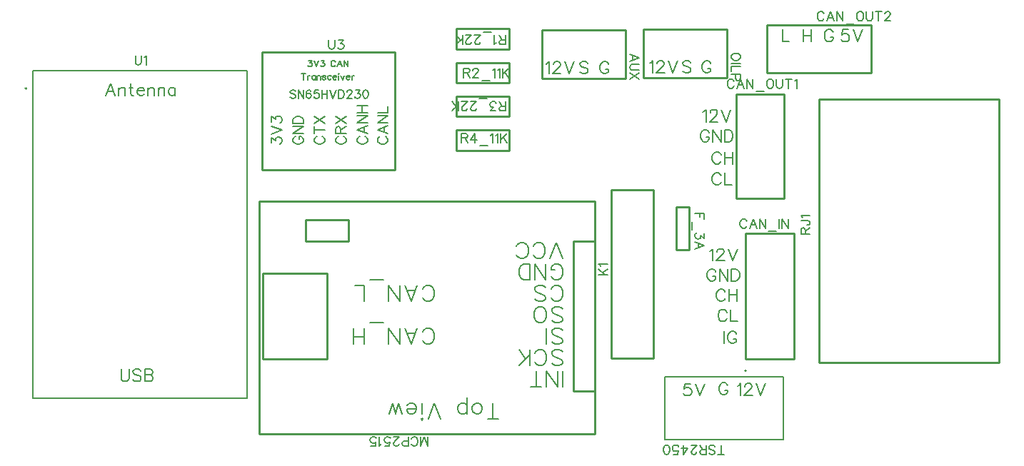
<source format=gto>
G04 Layer: TopSilkscreenLayer*
G04 EasyEDA v6.5.22, 2022-11-12 17:47:35*
G04 ce38d28f7cee49089ddcaa43e1d23f5c,50c4fdda8110441fb1e293bfd2639754,10*
G04 Gerber Generator version 0.2*
G04 Scale: 100 percent, Rotated: No, Reflected: No *
G04 Dimensions in millimeters *
G04 leading zeros omitted , absolute positions ,4 integer and 5 decimal *
%FSLAX45Y45*%
%MOMM*%

%ADD10C,0.2032*%
%ADD11C,0.1524*%
%ADD12C,0.2540*%
%ADD13C,0.1270*%
%ADD14C,0.1999*%
%ADD15C,0.0140*%

%LPD*%
D10*
X8609906Y4124045D02*
G01*
X8623622Y4130903D01*
X8644196Y4151477D01*
X8644196Y4008221D01*
X8696012Y4117187D02*
G01*
X8696012Y4124045D01*
X8702616Y4137761D01*
X8709474Y4144619D01*
X8723190Y4151477D01*
X8750368Y4151477D01*
X8764084Y4144619D01*
X8770942Y4137761D01*
X8777800Y4124045D01*
X8777800Y4110329D01*
X8770942Y4096867D01*
X8757226Y4076293D01*
X8689154Y4008221D01*
X8784404Y4008221D01*
X8829616Y4151477D02*
G01*
X8883972Y4008221D01*
X8938582Y4151477D02*
G01*
X8883972Y4008221D01*
X8682268Y3877251D02*
G01*
X8675410Y3890967D01*
X8661694Y3904429D01*
X8648232Y3911287D01*
X8620800Y3911287D01*
X8607338Y3904429D01*
X8593622Y3890967D01*
X8586764Y3877251D01*
X8579906Y3856931D01*
X8579906Y3822641D01*
X8586764Y3802321D01*
X8593622Y3788605D01*
X8607338Y3774889D01*
X8620800Y3768285D01*
X8648232Y3768285D01*
X8661694Y3774889D01*
X8675410Y3788605D01*
X8682268Y3802321D01*
X8682268Y3822641D01*
X8648232Y3822641D02*
G01*
X8682268Y3822641D01*
X8727226Y3911287D02*
G01*
X8727226Y3768285D01*
X8727226Y3911287D02*
G01*
X8822730Y3768285D01*
X8822730Y3911287D02*
G01*
X8822730Y3768285D01*
X8867688Y3911287D02*
G01*
X8867688Y3768285D01*
X8867688Y3911287D02*
G01*
X8915440Y3911287D01*
X8936014Y3904429D01*
X8949476Y3890967D01*
X8956334Y3877251D01*
X8963192Y3856931D01*
X8963192Y3822641D01*
X8956334Y3802321D01*
X8949476Y3788605D01*
X8936014Y3774889D01*
X8915440Y3768285D01*
X8867688Y3768285D01*
X8822268Y3617277D02*
G01*
X8815410Y3630993D01*
X8801694Y3644455D01*
X8788232Y3651313D01*
X8760800Y3651313D01*
X8747338Y3644455D01*
X8733622Y3630993D01*
X8726764Y3617277D01*
X8719906Y3596703D01*
X8719906Y3562667D01*
X8726764Y3542347D01*
X8733622Y3528631D01*
X8747338Y3514915D01*
X8760800Y3508057D01*
X8788232Y3508057D01*
X8801694Y3514915D01*
X8815410Y3528631D01*
X8822268Y3542347D01*
X8867226Y3651313D02*
G01*
X8867226Y3508057D01*
X8962730Y3651313D02*
G01*
X8962730Y3508057D01*
X8867226Y3583241D02*
G01*
X8962730Y3583241D01*
X8822268Y3367341D02*
G01*
X8815410Y3380803D01*
X8801694Y3394519D01*
X8788232Y3401377D01*
X8760800Y3401377D01*
X8747338Y3394519D01*
X8733622Y3380803D01*
X8726764Y3367341D01*
X8719906Y3346767D01*
X8719906Y3312731D01*
X8726764Y3292157D01*
X8733622Y3278695D01*
X8747338Y3264979D01*
X8760800Y3258121D01*
X8788232Y3258121D01*
X8801694Y3264979D01*
X8815410Y3278695D01*
X8822268Y3292157D01*
X8867226Y3401377D02*
G01*
X8867226Y3258121D01*
X8867226Y3258121D02*
G01*
X8949014Y3258121D01*
X8689944Y2474023D02*
G01*
X8703660Y2480881D01*
X8723980Y2501455D01*
X8723980Y2358199D01*
X8775796Y2467165D02*
G01*
X8775796Y2474023D01*
X8782654Y2487739D01*
X8789512Y2494597D01*
X8803228Y2501455D01*
X8830406Y2501455D01*
X8844122Y2494597D01*
X8850980Y2487739D01*
X8857584Y2474023D01*
X8857584Y2460561D01*
X8850980Y2446845D01*
X8837264Y2426271D01*
X8769192Y2358199D01*
X8864442Y2358199D01*
X8909654Y2501455D02*
G01*
X8964010Y2358199D01*
X9018620Y2501455D02*
G01*
X8964010Y2358199D01*
X8762306Y2227229D02*
G01*
X8755448Y2240945D01*
X8741732Y2254661D01*
X8728270Y2261265D01*
X8700838Y2261265D01*
X8687376Y2254661D01*
X8673660Y2240945D01*
X8666802Y2227229D01*
X8659944Y2206909D01*
X8659944Y2172619D01*
X8666802Y2152299D01*
X8673660Y2138583D01*
X8687376Y2125121D01*
X8700838Y2118263D01*
X8728270Y2118263D01*
X8741732Y2125121D01*
X8755448Y2138583D01*
X8762306Y2152299D01*
X8762306Y2172619D01*
X8728270Y2172619D02*
G01*
X8762306Y2172619D01*
X8807264Y2261265D02*
G01*
X8807264Y2118263D01*
X8807264Y2261265D02*
G01*
X8902768Y2118263D01*
X8902768Y2261265D02*
G01*
X8902768Y2118263D01*
X8947726Y2261265D02*
G01*
X8947726Y2118263D01*
X8947726Y2261265D02*
G01*
X8995478Y2261265D01*
X9015798Y2254661D01*
X9029514Y2240945D01*
X9036372Y2227229D01*
X9043230Y2206909D01*
X9043230Y2172619D01*
X9036372Y2152299D01*
X9029514Y2138583D01*
X9015798Y2125121D01*
X8995478Y2118263D01*
X8947726Y2118263D01*
X8872306Y1987293D02*
G01*
X8865448Y2001009D01*
X8851732Y2014471D01*
X8838270Y2021329D01*
X8810838Y2021329D01*
X8797376Y2014471D01*
X8783660Y2001009D01*
X8776802Y1987293D01*
X8769944Y1966719D01*
X8769944Y1932683D01*
X8776802Y1912363D01*
X8783660Y1898647D01*
X8797376Y1884931D01*
X8810838Y1878073D01*
X8838270Y1878073D01*
X8851732Y1884931D01*
X8865448Y1898647D01*
X8872306Y1912363D01*
X8917264Y2021329D02*
G01*
X8917264Y1878073D01*
X9012768Y2021329D02*
G01*
X9012768Y1878073D01*
X8917264Y1953257D02*
G01*
X9012768Y1953257D01*
X8892306Y1747357D02*
G01*
X8885448Y1760819D01*
X8871732Y1774535D01*
X8858270Y1781393D01*
X8830838Y1781393D01*
X8817376Y1774535D01*
X8803660Y1760819D01*
X8796802Y1747357D01*
X8789944Y1726783D01*
X8789944Y1692747D01*
X8796802Y1672173D01*
X8803660Y1658711D01*
X8817376Y1644995D01*
X8830838Y1638137D01*
X8858270Y1638137D01*
X8871732Y1644995D01*
X8885448Y1658711D01*
X8892306Y1672173D01*
X8937264Y1781393D02*
G01*
X8937264Y1638137D01*
X8937264Y1638137D02*
G01*
X9019052Y1638137D01*
X8859944Y1521457D02*
G01*
X8859944Y1378201D01*
X9007264Y1487167D02*
G01*
X9000406Y1500883D01*
X8986690Y1514599D01*
X8973228Y1521457D01*
X8945796Y1521457D01*
X8932334Y1514599D01*
X8918618Y1500883D01*
X8911760Y1487167D01*
X8904902Y1466847D01*
X8904902Y1432811D01*
X8911760Y1412237D01*
X8918618Y1398521D01*
X8932334Y1385059D01*
X8945796Y1378201D01*
X8973228Y1378201D01*
X8986690Y1385059D01*
X9000406Y1398521D01*
X9007264Y1412237D01*
X9007264Y1432811D01*
X8973228Y1432811D02*
G01*
X9007264Y1432811D01*
X6749950Y4694092D02*
G01*
X6763666Y4700950D01*
X6783986Y4721270D01*
X6783986Y4578268D01*
X6835802Y4687234D02*
G01*
X6835802Y4694092D01*
X6842660Y4707808D01*
X6849518Y4714412D01*
X6863234Y4721270D01*
X6890412Y4721270D01*
X6904128Y4714412D01*
X6910986Y4707808D01*
X6917590Y4694092D01*
X6917590Y4680376D01*
X6910986Y4666914D01*
X6897270Y4646340D01*
X6829198Y4578268D01*
X6924448Y4578268D01*
X6969406Y4721270D02*
G01*
X7024016Y4578268D01*
X7078626Y4721270D02*
G01*
X7024016Y4578268D01*
X7245390Y4700950D02*
G01*
X7231928Y4714412D01*
X7211354Y4721270D01*
X7184176Y4721270D01*
X7163602Y4714412D01*
X7149886Y4700950D01*
X7149886Y4687234D01*
X7156744Y4673518D01*
X7163602Y4666914D01*
X7177318Y4660056D01*
X7218212Y4646340D01*
X7231928Y4639482D01*
X7238532Y4632624D01*
X7245390Y4619162D01*
X7245390Y4598588D01*
X7231928Y4584872D01*
X7211354Y4578268D01*
X7184176Y4578268D01*
X7163602Y4584872D01*
X7149886Y4598588D01*
X7492222Y4687234D02*
G01*
X7485364Y4700950D01*
X7471902Y4714412D01*
X7458186Y4721270D01*
X7431008Y4721270D01*
X7417292Y4714412D01*
X7403576Y4700950D01*
X7396718Y4687234D01*
X7389860Y4666914D01*
X7389860Y4632624D01*
X7396718Y4612304D01*
X7403576Y4598588D01*
X7417292Y4584872D01*
X7431008Y4578268D01*
X7458186Y4578268D01*
X7471902Y4584872D01*
X7485364Y4598588D01*
X7492222Y4612304D01*
X7492222Y4632624D01*
X7458186Y4632624D02*
G01*
X7492222Y4632624D01*
X10331747Y5101381D02*
G01*
X10263675Y5101381D01*
X10256817Y5039913D01*
X10263675Y5046771D01*
X10283995Y5053629D01*
X10304569Y5053629D01*
X10324889Y5046771D01*
X10338605Y5033055D01*
X10345463Y5012735D01*
X10345463Y4999019D01*
X10338605Y4978699D01*
X10324889Y4964983D01*
X10304569Y4958125D01*
X10283995Y4958125D01*
X10263675Y4964983D01*
X10256817Y4971841D01*
X10249959Y4985557D01*
X10390421Y5101381D02*
G01*
X10445031Y4958125D01*
X10499641Y5101381D02*
G01*
X10445031Y4958125D01*
X9799896Y5101437D02*
G01*
X9799896Y4958181D01*
X9895400Y5101437D02*
G01*
X9895400Y4958181D01*
X9799896Y5033111D02*
G01*
X9895400Y5033111D01*
X10152352Y5067335D02*
G01*
X10145494Y5080797D01*
X10131778Y5094513D01*
X10118062Y5101371D01*
X10090884Y5101371D01*
X10077168Y5094513D01*
X10063706Y5080797D01*
X10056848Y5067335D01*
X10049990Y5046761D01*
X10049990Y5012725D01*
X10056848Y4992151D01*
X10063706Y4978689D01*
X10077168Y4964973D01*
X10090884Y4958115D01*
X10118062Y4958115D01*
X10131778Y4964973D01*
X10145494Y4978689D01*
X10152352Y4992151D01*
X10152352Y5012725D01*
X10118062Y5012725D02*
G01*
X10152352Y5012725D01*
X9549866Y5101437D02*
G01*
X9549866Y4958181D01*
X9549866Y4958181D02*
G01*
X9631908Y4958181D01*
X7979948Y4704092D02*
G01*
X7993664Y4710950D01*
X8013984Y4731270D01*
X8013984Y4588268D01*
X8065800Y4697234D02*
G01*
X8065800Y4704092D01*
X8072658Y4717808D01*
X8079516Y4724412D01*
X8093232Y4731270D01*
X8120410Y4731270D01*
X8134126Y4724412D01*
X8140984Y4717808D01*
X8147588Y4704092D01*
X8147588Y4690376D01*
X8140984Y4676914D01*
X8127268Y4656340D01*
X8059196Y4588268D01*
X8154446Y4588268D01*
X8199404Y4731270D02*
G01*
X8254014Y4588268D01*
X8308624Y4731270D02*
G01*
X8254014Y4588268D01*
X8465388Y4710950D02*
G01*
X8451926Y4724412D01*
X8431352Y4731270D01*
X8404174Y4731270D01*
X8383600Y4724412D01*
X8369884Y4710950D01*
X8369884Y4697234D01*
X8376742Y4683518D01*
X8383600Y4676914D01*
X8397316Y4670056D01*
X8438210Y4656340D01*
X8451926Y4649482D01*
X8458530Y4642624D01*
X8465388Y4629162D01*
X8465388Y4608588D01*
X8451926Y4594872D01*
X8431352Y4588268D01*
X8404174Y4588268D01*
X8383600Y4594872D01*
X8369884Y4608588D01*
X8702220Y4697234D02*
G01*
X8695362Y4710950D01*
X8681900Y4724412D01*
X8668184Y4731270D01*
X8641006Y4731270D01*
X8627290Y4724412D01*
X8613574Y4710950D01*
X8606716Y4697234D01*
X8599858Y4676914D01*
X8599858Y4642624D01*
X8606716Y4622304D01*
X8613574Y4608588D01*
X8627290Y4594872D01*
X8641006Y4588268D01*
X8668184Y4588268D01*
X8681900Y4594872D01*
X8695362Y4608588D01*
X8702220Y4622304D01*
X8702220Y4642624D01*
X8668184Y4642624D02*
G01*
X8702220Y4642624D01*
X1709902Y1071473D02*
G01*
X1709902Y969111D01*
X1716760Y948537D01*
X1730476Y935075D01*
X1750796Y928217D01*
X1764512Y928217D01*
X1785086Y935075D01*
X1798548Y948537D01*
X1805406Y969111D01*
X1805406Y1071473D01*
X1945868Y1050899D02*
G01*
X1932152Y1064615D01*
X1911832Y1071473D01*
X1884654Y1071473D01*
X1864080Y1064615D01*
X1850364Y1050899D01*
X1850364Y1037183D01*
X1857222Y1023721D01*
X1864080Y1016863D01*
X1877796Y1010005D01*
X1918690Y996289D01*
X1932152Y989431D01*
X1939010Y982827D01*
X1945868Y969111D01*
X1945868Y948537D01*
X1932152Y935075D01*
X1911832Y928217D01*
X1884654Y928217D01*
X1864080Y935075D01*
X1850364Y948537D01*
X1990826Y1071473D02*
G01*
X1990826Y928217D01*
X1990826Y1071473D02*
G01*
X2052294Y1071473D01*
X2072614Y1064615D01*
X2079472Y1057757D01*
X2086330Y1044041D01*
X2086330Y1030325D01*
X2079472Y1016863D01*
X2072614Y1010005D01*
X2052294Y1003147D01*
X1990826Y1003147D02*
G01*
X2052294Y1003147D01*
X2072614Y996289D01*
X2079472Y989431D01*
X2086330Y975969D01*
X2086330Y955395D01*
X2079472Y941933D01*
X2072614Y935075D01*
X2052294Y928217D01*
X1990826Y928217D01*
X1584645Y4461235D02*
G01*
X1530035Y4318233D01*
X1584645Y4461235D02*
G01*
X1639001Y4318233D01*
X1550355Y4365985D02*
G01*
X1618681Y4365985D01*
X1684213Y4413737D02*
G01*
X1684213Y4318233D01*
X1684213Y4386305D02*
G01*
X1704533Y4406879D01*
X1718249Y4413737D01*
X1738569Y4413737D01*
X1752285Y4406879D01*
X1759143Y4386305D01*
X1759143Y4318233D01*
X1824421Y4461235D02*
G01*
X1824421Y4345411D01*
X1831279Y4325091D01*
X1844995Y4318233D01*
X1858711Y4318233D01*
X1804101Y4413737D02*
G01*
X1851853Y4413737D01*
X1903669Y4372843D02*
G01*
X1985457Y4372843D01*
X1985457Y4386305D01*
X1978599Y4400021D01*
X1971741Y4406879D01*
X1958279Y4413737D01*
X1937705Y4413737D01*
X1923989Y4406879D01*
X1910527Y4393163D01*
X1903669Y4372843D01*
X1903669Y4359127D01*
X1910527Y4338553D01*
X1923989Y4325091D01*
X1937705Y4318233D01*
X1958279Y4318233D01*
X1971741Y4325091D01*
X1985457Y4338553D01*
X2030415Y4413737D02*
G01*
X2030415Y4318233D01*
X2030415Y4386305D02*
G01*
X2050989Y4406879D01*
X2064451Y4413737D01*
X2085025Y4413737D01*
X2098741Y4406879D01*
X2105345Y4386305D01*
X2105345Y4318233D01*
X2150557Y4413737D02*
G01*
X2150557Y4318233D01*
X2150557Y4386305D02*
G01*
X2170877Y4406879D01*
X2184593Y4413737D01*
X2204913Y4413737D01*
X2218629Y4406879D01*
X2225487Y4386305D01*
X2225487Y4318233D01*
X2352233Y4413737D02*
G01*
X2352233Y4318233D01*
X2352233Y4393163D02*
G01*
X2338517Y4406879D01*
X2325055Y4413737D01*
X2304481Y4413737D01*
X2291019Y4406879D01*
X2277303Y4393163D01*
X2270445Y4372843D01*
X2270445Y4359127D01*
X2277303Y4338553D01*
X2291019Y4325091D01*
X2304481Y4318233D01*
X2325055Y4318233D01*
X2338517Y4325091D01*
X2352233Y4338553D01*
X9019943Y874026D02*
G01*
X9033659Y880884D01*
X9053979Y901458D01*
X9053979Y758202D01*
X9105795Y867168D02*
G01*
X9105795Y874026D01*
X9112653Y887742D01*
X9119511Y894600D01*
X9133227Y901458D01*
X9160405Y901458D01*
X9174121Y894600D01*
X9180979Y887742D01*
X9187583Y874026D01*
X9187583Y860564D01*
X9180979Y846848D01*
X9167263Y826274D01*
X9099191Y758202D01*
X9194441Y758202D01*
X9239653Y901458D02*
G01*
X9294009Y758202D01*
X9348619Y901458D02*
G01*
X9294009Y758202D01*
X8902354Y877343D02*
G01*
X8895496Y890805D01*
X8881780Y904521D01*
X8868064Y911379D01*
X8840886Y911379D01*
X8827170Y904521D01*
X8813708Y890805D01*
X8806850Y877343D01*
X8799992Y856769D01*
X8799992Y822733D01*
X8806850Y802159D01*
X8813708Y788697D01*
X8827170Y774981D01*
X8840886Y768123D01*
X8868064Y768123D01*
X8881780Y774981D01*
X8895496Y788697D01*
X8902354Y802159D01*
X8902354Y822733D01*
X8868064Y822733D02*
G01*
X8902354Y822733D01*
X8461750Y901390D02*
G01*
X8393678Y901390D01*
X8386820Y839922D01*
X8393678Y846780D01*
X8413998Y853638D01*
X8434572Y853638D01*
X8454892Y846780D01*
X8468608Y833064D01*
X8475466Y812744D01*
X8475466Y799028D01*
X8468608Y778708D01*
X8454892Y764992D01*
X8434572Y758134D01*
X8413998Y758134D01*
X8393678Y764992D01*
X8386820Y771850D01*
X8379962Y785566D01*
X8520424Y901390D02*
G01*
X8575034Y758134D01*
X8629644Y901390D02*
G01*
X8575034Y758134D01*
D11*
X10044859Y5287497D02*
G01*
X10039525Y5297911D01*
X10029111Y5308325D01*
X10018951Y5313405D01*
X9998123Y5313405D01*
X9987709Y5308325D01*
X9977295Y5297911D01*
X9971961Y5287497D01*
X9966881Y5271749D01*
X9966881Y5245841D01*
X9971961Y5230347D01*
X9977295Y5219933D01*
X9987709Y5209519D01*
X9998123Y5204439D01*
X10018951Y5204439D01*
X10029111Y5209519D01*
X10039525Y5219933D01*
X10044859Y5230347D01*
X10120551Y5313405D02*
G01*
X10079149Y5204439D01*
X10120551Y5313405D02*
G01*
X10162207Y5204439D01*
X10094643Y5240761D02*
G01*
X10146713Y5240761D01*
X10196497Y5313405D02*
G01*
X10196497Y5204439D01*
X10196497Y5313405D02*
G01*
X10269141Y5204439D01*
X10269141Y5313405D02*
G01*
X10269141Y5204439D01*
X10303431Y5167863D02*
G01*
X10397157Y5167863D01*
X10462435Y5313405D02*
G01*
X10452021Y5308325D01*
X10441861Y5297911D01*
X10436527Y5287497D01*
X10431447Y5271749D01*
X10431447Y5245841D01*
X10436527Y5230347D01*
X10441861Y5219933D01*
X10452021Y5209519D01*
X10462435Y5204439D01*
X10483263Y5204439D01*
X10493677Y5209519D01*
X10504091Y5219933D01*
X10509171Y5230347D01*
X10514505Y5245841D01*
X10514505Y5271749D01*
X10509171Y5287497D01*
X10504091Y5297911D01*
X10493677Y5308325D01*
X10483263Y5313405D01*
X10462435Y5313405D01*
X10548795Y5313405D02*
G01*
X10548795Y5235427D01*
X10553875Y5219933D01*
X10564289Y5209519D01*
X10580037Y5204439D01*
X10590451Y5204439D01*
X10605945Y5209519D01*
X10616359Y5219933D01*
X10621439Y5235427D01*
X10621439Y5313405D01*
X10692051Y5313405D02*
G01*
X10692051Y5204439D01*
X10655729Y5313405D02*
G01*
X10728627Y5313405D01*
X10767997Y5287497D02*
G01*
X10767997Y5292577D01*
X10773331Y5302991D01*
X10778411Y5308325D01*
X10788825Y5313405D01*
X10809653Y5313405D01*
X10820067Y5308325D01*
X10825147Y5302991D01*
X10830481Y5292577D01*
X10830481Y5282163D01*
X10825147Y5271749D01*
X10814733Y5256255D01*
X10762917Y5204439D01*
X10835561Y5204439D01*
X8977858Y4489297D02*
G01*
X8972778Y4499711D01*
X8962364Y4510125D01*
X8951950Y4515205D01*
X8931122Y4515205D01*
X8920708Y4510125D01*
X8910294Y4499711D01*
X8905214Y4489297D01*
X8899880Y4473803D01*
X8899880Y4447895D01*
X8905214Y4432147D01*
X8910294Y4421733D01*
X8920708Y4411319D01*
X8931122Y4406239D01*
X8951950Y4406239D01*
X8962364Y4411319D01*
X8972778Y4421733D01*
X8977858Y4432147D01*
X9053804Y4515205D02*
G01*
X9012148Y4406239D01*
X9053804Y4515205D02*
G01*
X9095206Y4406239D01*
X9027896Y4442561D02*
G01*
X9079712Y4442561D01*
X9129496Y4515205D02*
G01*
X9129496Y4406239D01*
X9129496Y4515205D02*
G01*
X9202394Y4406239D01*
X9202394Y4515205D02*
G01*
X9202394Y4406239D01*
X9236684Y4369917D02*
G01*
X9330156Y4369917D01*
X9395688Y4515205D02*
G01*
X9385274Y4510125D01*
X9374860Y4499711D01*
X9369526Y4489297D01*
X9364446Y4473803D01*
X9364446Y4447895D01*
X9369526Y4432147D01*
X9374860Y4421733D01*
X9385274Y4411319D01*
X9395688Y4406239D01*
X9416516Y4406239D01*
X9426676Y4411319D01*
X9437090Y4421733D01*
X9442424Y4432147D01*
X9447504Y4447895D01*
X9447504Y4473803D01*
X9442424Y4489297D01*
X9437090Y4499711D01*
X9426676Y4510125D01*
X9416516Y4515205D01*
X9395688Y4515205D01*
X9481794Y4515205D02*
G01*
X9481794Y4437481D01*
X9487128Y4421733D01*
X9497542Y4411319D01*
X9513036Y4406239D01*
X9523450Y4406239D01*
X9538944Y4411319D01*
X9549358Y4421733D01*
X9554692Y4437481D01*
X9554692Y4515205D01*
X9625304Y4515205D02*
G01*
X9625304Y4406239D01*
X9588982Y4515205D02*
G01*
X9661626Y4515205D01*
X9695916Y4494631D02*
G01*
X9706330Y4499711D01*
X9721824Y4515205D01*
X9721824Y4406239D01*
X9770059Y2674607D02*
G01*
X9879025Y2674607D01*
X9770059Y2674607D02*
G01*
X9770059Y2721343D01*
X9775139Y2736837D01*
X9780473Y2742171D01*
X9790887Y2747251D01*
X9801301Y2747251D01*
X9811715Y2742171D01*
X9816795Y2736837D01*
X9821875Y2721343D01*
X9821875Y2674607D01*
X9821875Y2710929D02*
G01*
X9879025Y2747251D01*
X9770059Y2833611D02*
G01*
X9853117Y2833611D01*
X9868865Y2828277D01*
X9873945Y2823197D01*
X9879025Y2812783D01*
X9879025Y2802369D01*
X9873945Y2791955D01*
X9868865Y2786875D01*
X9853117Y2781541D01*
X9842703Y2781541D01*
X9790887Y2867901D02*
G01*
X9785553Y2878315D01*
X9770059Y2893809D01*
X9879025Y2893809D01*
X8625222Y2920019D02*
G01*
X8516256Y2920019D01*
X8625222Y2920019D02*
G01*
X8625222Y2852455D01*
X8573406Y2920019D02*
G01*
X8573406Y2878363D01*
X8479934Y2818165D02*
G01*
X8479934Y2724693D01*
X8625222Y2679989D02*
G01*
X8625222Y2622839D01*
X8583820Y2654081D01*
X8583820Y2638333D01*
X8578486Y2627919D01*
X8573406Y2622839D01*
X8557658Y2617505D01*
X8547498Y2617505D01*
X8531750Y2622839D01*
X8521336Y2633253D01*
X8516256Y2648747D01*
X8516256Y2664495D01*
X8521336Y2679989D01*
X8526670Y2685069D01*
X8537084Y2690403D01*
X8625222Y2541813D02*
G01*
X8516256Y2583215D01*
X8625222Y2541813D02*
G01*
X8516256Y2500157D01*
X8552578Y2567721D02*
G01*
X8552578Y2515905D01*
X9127959Y2829402D02*
G01*
X9122625Y2839816D01*
X9112211Y2850230D01*
X9102051Y2855310D01*
X9081223Y2855310D01*
X9070809Y2850230D01*
X9060395Y2839816D01*
X9055061Y2829402D01*
X9049981Y2813654D01*
X9049981Y2787746D01*
X9055061Y2772252D01*
X9060395Y2761838D01*
X9070809Y2751424D01*
X9081223Y2746344D01*
X9102051Y2746344D01*
X9112211Y2751424D01*
X9122625Y2761838D01*
X9127959Y2772252D01*
X9203651Y2855310D02*
G01*
X9162249Y2746344D01*
X9203651Y2855310D02*
G01*
X9245307Y2746344D01*
X9177743Y2782666D02*
G01*
X9229813Y2782666D01*
X9279597Y2855310D02*
G01*
X9279597Y2746344D01*
X9279597Y2855310D02*
G01*
X9352241Y2746344D01*
X9352241Y2855310D02*
G01*
X9352241Y2746344D01*
X9386531Y2709768D02*
G01*
X9480257Y2709768D01*
X9514547Y2855310D02*
G01*
X9514547Y2746344D01*
X9548837Y2855310D02*
G01*
X9548837Y2746344D01*
X9548837Y2855310D02*
G01*
X9621481Y2746344D01*
X9621481Y2855310D02*
G01*
X9621481Y2746344D01*
X5345785Y162280D02*
G01*
X5345785Y271246D01*
X5345785Y162280D02*
G01*
X5304129Y271246D01*
X5262727Y162280D02*
G01*
X5304129Y271246D01*
X5262727Y162280D02*
G01*
X5262727Y271246D01*
X5150459Y188188D02*
G01*
X5155539Y177774D01*
X5165953Y167360D01*
X5176367Y162280D01*
X5197195Y162280D01*
X5207609Y167360D01*
X5218023Y177774D01*
X5223103Y188188D01*
X5228437Y203936D01*
X5228437Y229844D01*
X5223103Y245338D01*
X5218023Y255752D01*
X5207609Y266166D01*
X5197195Y271246D01*
X5176367Y271246D01*
X5165953Y266166D01*
X5155539Y255752D01*
X5150459Y245338D01*
X5116169Y162280D02*
G01*
X5116169Y271246D01*
X5116169Y162280D02*
G01*
X5069433Y162280D01*
X5053685Y167360D01*
X5048605Y172694D01*
X5043525Y183108D01*
X5043525Y198602D01*
X5048605Y209016D01*
X5053685Y214096D01*
X5069433Y219430D01*
X5116169Y219430D01*
X5003901Y188188D02*
G01*
X5003901Y183108D01*
X4998821Y172694D01*
X4993487Y167360D01*
X4983073Y162280D01*
X4962245Y162280D01*
X4952085Y167360D01*
X4946751Y172694D01*
X4941671Y183108D01*
X4941671Y193522D01*
X4946751Y203936D01*
X4957165Y219430D01*
X5009235Y271246D01*
X4936337Y271246D01*
X4839817Y162280D02*
G01*
X4891633Y162280D01*
X4896967Y209016D01*
X4891633Y203936D01*
X4876139Y198602D01*
X4860645Y198602D01*
X4844897Y203936D01*
X4834483Y214096D01*
X4829403Y229844D01*
X4829403Y240258D01*
X4834483Y255752D01*
X4844897Y266166D01*
X4860645Y271246D01*
X4876139Y271246D01*
X4891633Y266166D01*
X4896967Y261086D01*
X4902047Y250672D01*
X4795113Y183108D02*
G01*
X4784699Y177774D01*
X4769205Y162280D01*
X4769205Y271246D01*
X4672431Y162280D02*
G01*
X4724501Y162280D01*
X4729581Y209016D01*
X4724501Y203936D01*
X4708753Y198602D01*
X4693259Y198602D01*
X4677765Y203936D01*
X4667351Y214096D01*
X4662017Y229844D01*
X4662017Y240258D01*
X4667351Y255752D01*
X4677765Y266166D01*
X4693259Y271246D01*
X4708753Y271246D01*
X4724501Y266166D01*
X4729581Y261086D01*
X4734915Y250672D01*
D10*
X6945985Y2384018D02*
G01*
X6872071Y2577820D01*
X6798157Y2384018D02*
G01*
X6872071Y2577820D01*
X6598767Y2430246D02*
G01*
X6607911Y2411704D01*
X6626453Y2393162D01*
X6644995Y2384018D01*
X6681825Y2384018D01*
X6700367Y2393162D01*
X6718655Y2411704D01*
X6728053Y2430246D01*
X6737197Y2457932D01*
X6737197Y2503906D01*
X6728053Y2531846D01*
X6718655Y2550134D01*
X6700367Y2568676D01*
X6681825Y2577820D01*
X6644995Y2577820D01*
X6626453Y2568676D01*
X6607911Y2550134D01*
X6598767Y2531846D01*
X6399123Y2430246D02*
G01*
X6408521Y2411704D01*
X6426809Y2393162D01*
X6445351Y2384018D01*
X6482435Y2384018D01*
X6500723Y2393162D01*
X6519265Y2411704D01*
X6528409Y2430246D01*
X6537807Y2457932D01*
X6537807Y2503906D01*
X6528409Y2531846D01*
X6519265Y2550134D01*
X6500723Y2568676D01*
X6482435Y2577820D01*
X6445351Y2577820D01*
X6426809Y2568676D01*
X6408521Y2550134D01*
X6399123Y2531846D01*
X6807555Y2176246D02*
G01*
X6816699Y2157704D01*
X6835241Y2139162D01*
X6853529Y2130018D01*
X6890613Y2130018D01*
X6909155Y2139162D01*
X6927443Y2157704D01*
X6936841Y2176246D01*
X6945985Y2203932D01*
X6945985Y2249906D01*
X6936841Y2277846D01*
X6927443Y2296134D01*
X6909155Y2314676D01*
X6890613Y2323820D01*
X6853529Y2323820D01*
X6835241Y2314676D01*
X6816699Y2296134D01*
X6807555Y2277846D01*
X6807555Y2249906D01*
X6853529Y2249906D02*
G01*
X6807555Y2249906D01*
X6746595Y2130018D02*
G01*
X6746595Y2323820D01*
X6746595Y2130018D02*
G01*
X6617055Y2323820D01*
X6617055Y2130018D02*
G01*
X6617055Y2323820D01*
X6556095Y2130018D02*
G01*
X6556095Y2323820D01*
X6556095Y2130018D02*
G01*
X6491579Y2130018D01*
X6463893Y2139162D01*
X6445351Y2157704D01*
X6436207Y2176246D01*
X6426809Y2203932D01*
X6426809Y2249906D01*
X6436207Y2277846D01*
X6445351Y2296134D01*
X6463893Y2314676D01*
X6491579Y2323820D01*
X6556095Y2323820D01*
X6807555Y1922246D02*
G01*
X6816699Y1903704D01*
X6835241Y1885162D01*
X6853529Y1876018D01*
X6890613Y1876018D01*
X6909155Y1885162D01*
X6927443Y1903704D01*
X6936841Y1922246D01*
X6945985Y1949932D01*
X6945985Y1995906D01*
X6936841Y2023846D01*
X6927443Y2042134D01*
X6909155Y2060676D01*
X6890613Y2069820D01*
X6853529Y2069820D01*
X6835241Y2060676D01*
X6816699Y2042134D01*
X6807555Y2023846D01*
X6617055Y1903704D02*
G01*
X6635597Y1885162D01*
X6663283Y1876018D01*
X6700367Y1876018D01*
X6728053Y1885162D01*
X6746595Y1903704D01*
X6746595Y1922246D01*
X6737197Y1940534D01*
X6728053Y1949932D01*
X6709511Y1959076D01*
X6654139Y1977618D01*
X6635597Y1986762D01*
X6626453Y1995906D01*
X6617055Y2014448D01*
X6617055Y2042134D01*
X6635597Y2060676D01*
X6663283Y2069820D01*
X6700367Y2069820D01*
X6728053Y2060676D01*
X6746595Y2042134D01*
X6816699Y1649704D02*
G01*
X6835241Y1631162D01*
X6862927Y1622018D01*
X6899757Y1622018D01*
X6927443Y1631162D01*
X6945985Y1649704D01*
X6945985Y1668246D01*
X6936841Y1686534D01*
X6927443Y1695932D01*
X6909155Y1705076D01*
X6853529Y1723618D01*
X6835241Y1732762D01*
X6825843Y1741906D01*
X6816699Y1760448D01*
X6816699Y1788134D01*
X6835241Y1806676D01*
X6862927Y1815820D01*
X6899757Y1815820D01*
X6927443Y1806676D01*
X6945985Y1788134D01*
X6700367Y1622018D02*
G01*
X6718655Y1631162D01*
X6737197Y1649704D01*
X6746595Y1668246D01*
X6755739Y1695932D01*
X6755739Y1741906D01*
X6746595Y1769846D01*
X6737197Y1788134D01*
X6718655Y1806676D01*
X6700367Y1815820D01*
X6663283Y1815820D01*
X6644995Y1806676D01*
X6626453Y1788134D01*
X6617055Y1769846D01*
X6607911Y1741906D01*
X6607911Y1695932D01*
X6617055Y1668246D01*
X6626453Y1649704D01*
X6644995Y1631162D01*
X6663283Y1622018D01*
X6700367Y1622018D01*
X6816699Y1395704D02*
G01*
X6835241Y1377162D01*
X6862927Y1368018D01*
X6899757Y1368018D01*
X6927443Y1377162D01*
X6945985Y1395704D01*
X6945985Y1414246D01*
X6936841Y1432534D01*
X6927443Y1441932D01*
X6909155Y1451076D01*
X6853529Y1469618D01*
X6835241Y1478762D01*
X6825843Y1487906D01*
X6816699Y1506448D01*
X6816699Y1534134D01*
X6835241Y1552676D01*
X6862927Y1561820D01*
X6899757Y1561820D01*
X6927443Y1552676D01*
X6945985Y1534134D01*
X6755739Y1368018D02*
G01*
X6755739Y1561820D01*
X6816699Y1141704D02*
G01*
X6835241Y1123162D01*
X6862927Y1114018D01*
X6899757Y1114018D01*
X6927443Y1123162D01*
X6945985Y1141704D01*
X6945985Y1160246D01*
X6936841Y1178534D01*
X6927443Y1187932D01*
X6909155Y1197076D01*
X6853529Y1215618D01*
X6835241Y1224762D01*
X6825843Y1233906D01*
X6816699Y1252448D01*
X6816699Y1280134D01*
X6835241Y1298676D01*
X6862927Y1307820D01*
X6899757Y1307820D01*
X6927443Y1298676D01*
X6945985Y1280134D01*
X6617055Y1160246D02*
G01*
X6626453Y1141704D01*
X6644995Y1123162D01*
X6663283Y1114018D01*
X6700367Y1114018D01*
X6718655Y1123162D01*
X6737197Y1141704D01*
X6746595Y1160246D01*
X6755739Y1187932D01*
X6755739Y1233906D01*
X6746595Y1261846D01*
X6737197Y1280134D01*
X6718655Y1298676D01*
X6700367Y1307820D01*
X6663283Y1307820D01*
X6644995Y1298676D01*
X6626453Y1280134D01*
X6617055Y1261846D01*
X6556095Y1114018D02*
G01*
X6556095Y1307820D01*
X6426809Y1114018D02*
G01*
X6556095Y1243304D01*
X6510121Y1197076D02*
G01*
X6426809Y1307820D01*
X6945985Y860018D02*
G01*
X6945985Y1053820D01*
X6885025Y860018D02*
G01*
X6885025Y1053820D01*
X6885025Y860018D02*
G01*
X6755739Y1053820D01*
X6755739Y860018D02*
G01*
X6755739Y1053820D01*
X6630009Y860018D02*
G01*
X6630009Y1053820D01*
X6694779Y860018D02*
G01*
X6565493Y860018D01*
X5283555Y1922246D02*
G01*
X5292699Y1903704D01*
X5311241Y1885162D01*
X5329529Y1876018D01*
X5366613Y1876018D01*
X5385155Y1885162D01*
X5403443Y1903704D01*
X5412841Y1922246D01*
X5421985Y1949932D01*
X5421985Y1995906D01*
X5412841Y2023846D01*
X5403443Y2042134D01*
X5385155Y2060676D01*
X5366613Y2069820D01*
X5329529Y2069820D01*
X5311241Y2060676D01*
X5292699Y2042134D01*
X5283555Y2023846D01*
X5148681Y1876018D02*
G01*
X5222595Y2069820D01*
X5148681Y1876018D02*
G01*
X5074767Y2069820D01*
X5194655Y2005304D02*
G01*
X5102453Y2005304D01*
X5013807Y1876018D02*
G01*
X5013807Y2069820D01*
X5013807Y1876018D02*
G01*
X4884521Y2069820D01*
X4884521Y1876018D02*
G01*
X4884521Y2069820D01*
X4823561Y2134590D02*
G01*
X4657191Y2134590D01*
X4596231Y1876018D02*
G01*
X4596231Y2069820D01*
X4596231Y2069820D02*
G01*
X4485487Y2069820D01*
X5283555Y1414246D02*
G01*
X5292699Y1395704D01*
X5311241Y1377162D01*
X5329529Y1368018D01*
X5366613Y1368018D01*
X5385155Y1377162D01*
X5403443Y1395704D01*
X5412841Y1414246D01*
X5421985Y1441932D01*
X5421985Y1487906D01*
X5412841Y1515846D01*
X5403443Y1534134D01*
X5385155Y1552676D01*
X5366613Y1561820D01*
X5329529Y1561820D01*
X5311241Y1552676D01*
X5292699Y1534134D01*
X5283555Y1515846D01*
X5148681Y1368018D02*
G01*
X5222595Y1561820D01*
X5148681Y1368018D02*
G01*
X5074767Y1561820D01*
X5194655Y1497304D02*
G01*
X5102453Y1497304D01*
X5013807Y1368018D02*
G01*
X5013807Y1561820D01*
X5013807Y1368018D02*
G01*
X4884521Y1561820D01*
X4884521Y1368018D02*
G01*
X4884521Y1561820D01*
X4823561Y1626590D02*
G01*
X4657191Y1626590D01*
X4596231Y1368018D02*
G01*
X4596231Y1561820D01*
X4466945Y1368018D02*
G01*
X4466945Y1561820D01*
X4596231Y1460220D02*
G01*
X4466945Y1460220D01*
X6119215Y479018D02*
G01*
X6119215Y672820D01*
X6183985Y479018D02*
G01*
X6054699Y479018D01*
X5947511Y543534D02*
G01*
X5966053Y552932D01*
X5984595Y571220D01*
X5993739Y598906D01*
X5993739Y617448D01*
X5984595Y645134D01*
X5966053Y663676D01*
X5947511Y672820D01*
X5919825Y672820D01*
X5901283Y663676D01*
X5882995Y645134D01*
X5873597Y617448D01*
X5873597Y598906D01*
X5882995Y571220D01*
X5901283Y552932D01*
X5919825Y543534D01*
X5947511Y543534D01*
X5812637Y543534D02*
G01*
X5812637Y737590D01*
X5812637Y571220D02*
G01*
X5794095Y552932D01*
X5775807Y543534D01*
X5748121Y543534D01*
X5729579Y552932D01*
X5711037Y571220D01*
X5701893Y598906D01*
X5701893Y617448D01*
X5711037Y645134D01*
X5729579Y663676D01*
X5748121Y672820D01*
X5775807Y672820D01*
X5794095Y663676D01*
X5812637Y645134D01*
X5498693Y479018D02*
G01*
X5424779Y672820D01*
X5350865Y479018D02*
G01*
X5424779Y672820D01*
X5289905Y479018D02*
G01*
X5280761Y488162D01*
X5271363Y479018D01*
X5280761Y469620D01*
X5289905Y479018D01*
X5280761Y543534D02*
G01*
X5280761Y672820D01*
X5210403Y598906D02*
G01*
X5099659Y598906D01*
X5099659Y580618D01*
X5108803Y562076D01*
X5118201Y552932D01*
X5136489Y543534D01*
X5164175Y543534D01*
X5182717Y552932D01*
X5201259Y571220D01*
X5210403Y598906D01*
X5210403Y617448D01*
X5201259Y645134D01*
X5182717Y663676D01*
X5164175Y672820D01*
X5136489Y672820D01*
X5118201Y663676D01*
X5099659Y645134D01*
X5038699Y543534D02*
G01*
X5001615Y672820D01*
X4964785Y543534D02*
G01*
X5001615Y672820D01*
X4964785Y543534D02*
G01*
X4927955Y672820D01*
X4890871Y543534D02*
G01*
X4927955Y672820D01*
D11*
X6266687Y4925474D02*
G01*
X6266687Y5034440D01*
X6266687Y4925474D02*
G01*
X6219951Y4925474D01*
X6204457Y4930554D01*
X6199123Y4935888D01*
X6194044Y4946302D01*
X6194044Y4956716D01*
X6199123Y4967130D01*
X6204457Y4972210D01*
X6219951Y4977290D01*
X6266687Y4977290D01*
X6230365Y4977290D02*
G01*
X6194044Y5034440D01*
X6159753Y4946302D02*
G01*
X6149339Y4940968D01*
X6133592Y4925474D01*
X6133592Y5034440D01*
X6099301Y5071016D02*
G01*
X6005830Y5071016D01*
X5966460Y4951382D02*
G01*
X5966460Y4946302D01*
X5961126Y4935888D01*
X5956046Y4930554D01*
X5945631Y4925474D01*
X5924803Y4925474D01*
X5914389Y4930554D01*
X5909310Y4935888D01*
X5903976Y4946302D01*
X5903976Y4956716D01*
X5909310Y4967130D01*
X5919723Y4982624D01*
X5971539Y5034440D01*
X5898896Y5034440D01*
X5859271Y4951382D02*
G01*
X5859271Y4946302D01*
X5854192Y4935888D01*
X5848857Y4930554D01*
X5838697Y4925474D01*
X5817869Y4925474D01*
X5807455Y4930554D01*
X5802121Y4935888D01*
X5797042Y4946302D01*
X5797042Y4956716D01*
X5802121Y4967130D01*
X5812535Y4982624D01*
X5864605Y5034440D01*
X5791707Y5034440D01*
X5757417Y4925474D02*
G01*
X5757417Y5034440D01*
X5684773Y4925474D02*
G01*
X5757417Y4998118D01*
X5731510Y4972210D02*
G01*
X5684773Y5034440D01*
X5771387Y4641806D02*
G01*
X5771387Y4532840D01*
X5771387Y4641806D02*
G01*
X5818123Y4641806D01*
X5833617Y4636726D01*
X5838951Y4631392D01*
X5844031Y4620978D01*
X5844031Y4610564D01*
X5838951Y4600150D01*
X5833617Y4595070D01*
X5818123Y4589990D01*
X5771387Y4589990D01*
X5807710Y4589990D02*
G01*
X5844031Y4532840D01*
X5883655Y4615898D02*
G01*
X5883655Y4620978D01*
X5888735Y4631392D01*
X5894069Y4636726D01*
X5904483Y4641806D01*
X5925057Y4641806D01*
X5935471Y4636726D01*
X5940805Y4631392D01*
X5945885Y4620978D01*
X5945885Y4610564D01*
X5940805Y4600150D01*
X5930392Y4584656D01*
X5878321Y4532840D01*
X5951219Y4532840D01*
X5985510Y4496264D02*
G01*
X6078981Y4496264D01*
X6113271Y4620978D02*
G01*
X6123685Y4626312D01*
X6139180Y4641806D01*
X6139180Y4532840D01*
X6173469Y4620978D02*
G01*
X6183883Y4626312D01*
X6199378Y4641806D01*
X6199378Y4532840D01*
X6233667Y4641806D02*
G01*
X6233667Y4532840D01*
X6306565Y4641806D02*
G01*
X6233667Y4569162D01*
X6259830Y4595070D02*
G01*
X6306565Y4532840D01*
X6266687Y4138175D02*
G01*
X6266687Y4247141D01*
X6266687Y4138175D02*
G01*
X6219951Y4138175D01*
X6204457Y4143255D01*
X6199123Y4148589D01*
X6194044Y4159003D01*
X6194044Y4169417D01*
X6199123Y4179831D01*
X6204457Y4184911D01*
X6219951Y4189991D01*
X6266687Y4189991D01*
X6230365Y4189991D02*
G01*
X6194044Y4247141D01*
X6149339Y4138175D02*
G01*
X6092189Y4138175D01*
X6123178Y4179831D01*
X6107683Y4179831D01*
X6097269Y4184911D01*
X6092189Y4189991D01*
X6086855Y4205739D01*
X6086855Y4216153D01*
X6092189Y4231647D01*
X6102603Y4242061D01*
X6118097Y4247141D01*
X6133592Y4247141D01*
X6149339Y4242061D01*
X6154419Y4236981D01*
X6159753Y4226567D01*
X6052565Y4283717D02*
G01*
X5959094Y4283717D01*
X5919723Y4164083D02*
G01*
X5919723Y4159003D01*
X5914389Y4148589D01*
X5909310Y4143255D01*
X5898896Y4138175D01*
X5878067Y4138175D01*
X5867653Y4143255D01*
X5862573Y4148589D01*
X5857239Y4159003D01*
X5857239Y4169417D01*
X5862573Y4179831D01*
X5872987Y4195325D01*
X5924803Y4247141D01*
X5852160Y4247141D01*
X5812535Y4164083D02*
G01*
X5812535Y4159003D01*
X5807455Y4148589D01*
X5802121Y4143255D01*
X5791707Y4138175D01*
X5771133Y4138175D01*
X5760719Y4143255D01*
X5755385Y4148589D01*
X5750305Y4159003D01*
X5750305Y4169417D01*
X5755385Y4179831D01*
X5765799Y4195325D01*
X5817869Y4247141D01*
X5744971Y4247141D01*
X5710681Y4138175D02*
G01*
X5710681Y4247141D01*
X5638037Y4138175D02*
G01*
X5710681Y4210819D01*
X5684773Y4184911D02*
G01*
X5638037Y4247141D01*
X5745987Y3867208D02*
G01*
X5745987Y3758242D01*
X5745987Y3867208D02*
G01*
X5792723Y3867208D01*
X5808217Y3862128D01*
X5813551Y3856794D01*
X5818631Y3846380D01*
X5818631Y3835966D01*
X5813551Y3825552D01*
X5808217Y3820472D01*
X5792723Y3815392D01*
X5745987Y3815392D01*
X5782310Y3815392D02*
G01*
X5818631Y3758242D01*
X5904992Y3867208D02*
G01*
X5852921Y3794564D01*
X5930899Y3794564D01*
X5904992Y3867208D02*
G01*
X5904992Y3758242D01*
X5965189Y3721666D02*
G01*
X6058662Y3721666D01*
X6092951Y3846380D02*
G01*
X6103365Y3851714D01*
X6119113Y3867208D01*
X6119113Y3758242D01*
X6153403Y3846380D02*
G01*
X6163817Y3851714D01*
X6179312Y3867208D01*
X6179312Y3758242D01*
X6213601Y3867208D02*
G01*
X6213601Y3758242D01*
X6286246Y3867208D02*
G01*
X6213601Y3794564D01*
X6239510Y3820472D02*
G01*
X6286246Y3758242D01*
X7852702Y4767534D02*
G01*
X7743736Y4809190D01*
X7852702Y4767534D02*
G01*
X7743736Y4726132D01*
X7780058Y4793696D02*
G01*
X7780058Y4741626D01*
X7852702Y4691842D02*
G01*
X7774724Y4691842D01*
X7759230Y4686508D01*
X7748816Y4676094D01*
X7743736Y4660600D01*
X7743736Y4650186D01*
X7748816Y4634692D01*
X7759230Y4624278D01*
X7774724Y4618944D01*
X7852702Y4618944D01*
X7852702Y4584654D02*
G01*
X7743736Y4512010D01*
X7852702Y4512010D02*
G01*
X7743736Y4584654D01*
X9052699Y4787948D02*
G01*
X9047619Y4798362D01*
X9037205Y4808776D01*
X9026791Y4814110D01*
X9011043Y4819190D01*
X8985135Y4819190D01*
X8969641Y4814110D01*
X8959227Y4808776D01*
X8948813Y4798362D01*
X8943733Y4787948D01*
X8943733Y4767120D01*
X8948813Y4756960D01*
X8959227Y4746546D01*
X8969641Y4741212D01*
X8985135Y4736132D01*
X9011043Y4736132D01*
X9026791Y4741212D01*
X9037205Y4746546D01*
X9047619Y4756960D01*
X9052699Y4767120D01*
X9052699Y4787948D01*
X9052699Y4701842D02*
G01*
X8943733Y4701842D01*
X9052699Y4667552D02*
G01*
X8943733Y4667552D01*
X8943733Y4667552D02*
G01*
X8943733Y4605068D01*
X9052699Y4570778D02*
G01*
X8943733Y4570778D01*
X9052699Y4570778D02*
G01*
X9052699Y4524042D01*
X9047619Y4508548D01*
X9042285Y4503214D01*
X9031871Y4498134D01*
X9016377Y4498134D01*
X9005963Y4503214D01*
X9000883Y4508548D01*
X8995549Y4524042D01*
X8995549Y4570778D01*
X7372860Y2189995D02*
G01*
X7481826Y2189995D01*
X7372860Y2262639D02*
G01*
X7445504Y2189995D01*
X7419596Y2215903D02*
G01*
X7481826Y2262639D01*
X7393688Y2296929D02*
G01*
X7388354Y2307343D01*
X7372860Y2323091D01*
X7481826Y2323091D01*
X1879196Y4791910D02*
G01*
X1879196Y4713932D01*
X1884276Y4698438D01*
X1894690Y4688024D01*
X1910438Y4682944D01*
X1920852Y4682944D01*
X1936346Y4688024D01*
X1946760Y4698438D01*
X1951840Y4713932D01*
X1951840Y4791910D01*
X1986130Y4771082D02*
G01*
X1996544Y4776416D01*
X2012292Y4791910D01*
X2012292Y4682944D01*
X4172991Y4977307D02*
G01*
X4172991Y4899329D01*
X4178071Y4883835D01*
X4188485Y4873421D01*
X4204233Y4868341D01*
X4214647Y4868341D01*
X4230141Y4873421D01*
X4240555Y4883835D01*
X4245635Y4899329D01*
X4245635Y4977307D01*
X4290339Y4977307D02*
G01*
X4347489Y4977307D01*
X4316501Y4935651D01*
X4331995Y4935651D01*
X4342409Y4930571D01*
X4347489Y4925491D01*
X4352823Y4909743D01*
X4352823Y4899329D01*
X4347489Y4883835D01*
X4337075Y4873421D01*
X4321581Y4868341D01*
X4306087Y4868341D01*
X4290339Y4873421D01*
X4285259Y4878501D01*
X4279925Y4888915D01*
D10*
X3494051Y3755821D02*
G01*
X3494051Y3819321D01*
X3540279Y3784777D01*
X3540279Y3802049D01*
X3546121Y3813733D01*
X3551963Y3819321D01*
X3569235Y3825163D01*
X3580665Y3825163D01*
X3597937Y3819321D01*
X3609621Y3807891D01*
X3615463Y3790619D01*
X3615463Y3773347D01*
X3609621Y3755821D01*
X3603779Y3750233D01*
X3592349Y3744391D01*
X3494051Y3863263D02*
G01*
X3615463Y3909491D01*
X3494051Y3955719D02*
G01*
X3615463Y3909491D01*
X3494051Y4005249D02*
G01*
X3494051Y4068749D01*
X3540279Y4034205D01*
X3540279Y4051477D01*
X3546121Y4063161D01*
X3551963Y4068749D01*
X3569235Y4074591D01*
X3580665Y4074591D01*
X3597937Y4068749D01*
X3609621Y4057319D01*
X3615463Y4040047D01*
X3615463Y4022521D01*
X3609621Y4005249D01*
X3603779Y3999661D01*
X3592349Y3993819D01*
X3777002Y3831003D02*
G01*
X3765318Y3825161D01*
X3753888Y3813731D01*
X3748046Y3802047D01*
X3748046Y3778933D01*
X3753888Y3767503D01*
X3765318Y3755819D01*
X3777002Y3750231D01*
X3794274Y3744389D01*
X3823230Y3744389D01*
X3840502Y3750231D01*
X3851932Y3755819D01*
X3863616Y3767503D01*
X3869458Y3778933D01*
X3869458Y3802047D01*
X3863616Y3813731D01*
X3851932Y3825161D01*
X3840502Y3831003D01*
X3823230Y3831003D01*
X3823230Y3802047D02*
G01*
X3823230Y3831003D01*
X3748046Y3869103D02*
G01*
X3869458Y3869103D01*
X3748046Y3869103D02*
G01*
X3869458Y3949875D01*
X3748046Y3949875D02*
G01*
X3869458Y3949875D01*
X3748046Y3987975D02*
G01*
X3869458Y3987975D01*
X3748046Y3987975D02*
G01*
X3748046Y4028361D01*
X3753888Y4045633D01*
X3765318Y4057317D01*
X3777002Y4063159D01*
X3794274Y4068747D01*
X3823230Y4068747D01*
X3840502Y4063159D01*
X3851932Y4057317D01*
X3863616Y4045633D01*
X3869458Y4028361D01*
X3869458Y3987975D01*
X4031002Y3831003D02*
G01*
X4019318Y3825161D01*
X4007888Y3813731D01*
X4002046Y3802047D01*
X4002046Y3778933D01*
X4007888Y3767503D01*
X4019318Y3755819D01*
X4031002Y3750231D01*
X4048274Y3744389D01*
X4077230Y3744389D01*
X4094502Y3750231D01*
X4105932Y3755819D01*
X4117616Y3767503D01*
X4123458Y3778933D01*
X4123458Y3802047D01*
X4117616Y3813731D01*
X4105932Y3825161D01*
X4094502Y3831003D01*
X4002046Y3909489D02*
G01*
X4123458Y3909489D01*
X4002046Y3869103D02*
G01*
X4002046Y3949875D01*
X4002046Y3987975D02*
G01*
X4123458Y4068747D01*
X4002046Y4068747D02*
G01*
X4123458Y3987975D01*
X4285002Y3831003D02*
G01*
X4273318Y3825161D01*
X4261888Y3813731D01*
X4256046Y3802047D01*
X4256046Y3778933D01*
X4261888Y3767503D01*
X4273318Y3755819D01*
X4285002Y3750231D01*
X4302274Y3744389D01*
X4331230Y3744389D01*
X4348502Y3750231D01*
X4359932Y3755819D01*
X4371616Y3767503D01*
X4377458Y3778933D01*
X4377458Y3802047D01*
X4371616Y3813731D01*
X4359932Y3825161D01*
X4348502Y3831003D01*
X4256046Y3869103D02*
G01*
X4377458Y3869103D01*
X4256046Y3869103D02*
G01*
X4256046Y3920919D01*
X4261888Y3938445D01*
X4267730Y3944033D01*
X4279160Y3949875D01*
X4290844Y3949875D01*
X4302274Y3944033D01*
X4308116Y3938445D01*
X4313958Y3920919D01*
X4313958Y3869103D01*
X4313958Y3909489D02*
G01*
X4377458Y3949875D01*
X4256046Y3987975D02*
G01*
X4377458Y4068747D01*
X4256046Y4068747D02*
G01*
X4377458Y3987975D01*
X4539002Y3831003D02*
G01*
X4527318Y3825161D01*
X4515888Y3813731D01*
X4510046Y3802047D01*
X4510046Y3778933D01*
X4515888Y3767503D01*
X4527318Y3755819D01*
X4539002Y3750231D01*
X4556274Y3744389D01*
X4585230Y3744389D01*
X4602502Y3750231D01*
X4613932Y3755819D01*
X4625616Y3767503D01*
X4631458Y3778933D01*
X4631458Y3802047D01*
X4625616Y3813731D01*
X4613932Y3825161D01*
X4602502Y3831003D01*
X4510046Y3915331D02*
G01*
X4631458Y3869103D01*
X4510046Y3915331D02*
G01*
X4631458Y3961559D01*
X4590818Y3886375D02*
G01*
X4590818Y3944033D01*
X4510046Y3999659D02*
G01*
X4631458Y3999659D01*
X4510046Y3999659D02*
G01*
X4631458Y4080431D01*
X4510046Y4080431D02*
G01*
X4631458Y4080431D01*
X4510046Y4118531D02*
G01*
X4631458Y4118531D01*
X4510046Y4199303D02*
G01*
X4631458Y4199303D01*
X4567958Y4118531D02*
G01*
X4567958Y4199303D01*
X4780305Y3831005D02*
G01*
X4768621Y3825163D01*
X4757191Y3813733D01*
X4751349Y3802049D01*
X4751349Y3778935D01*
X4757191Y3767505D01*
X4768621Y3755821D01*
X4780305Y3750233D01*
X4797577Y3744391D01*
X4826533Y3744391D01*
X4843805Y3750233D01*
X4855235Y3755821D01*
X4866919Y3767505D01*
X4872761Y3778935D01*
X4872761Y3802049D01*
X4866919Y3813733D01*
X4855235Y3825163D01*
X4843805Y3831005D01*
X4751349Y3915333D02*
G01*
X4872761Y3869105D01*
X4751349Y3915333D02*
G01*
X4872761Y3961561D01*
X4832121Y3886377D02*
G01*
X4832121Y3944035D01*
X4751349Y3999661D02*
G01*
X4872761Y3999661D01*
X4751349Y3999661D02*
G01*
X4872761Y4080433D01*
X4751349Y4080433D02*
G01*
X4872761Y4080433D01*
X4751349Y4118533D02*
G01*
X4872761Y4118533D01*
X4872761Y4118533D02*
G01*
X4872761Y4187621D01*
X3873779Y4579292D02*
G01*
X3873779Y4506394D01*
X3849649Y4579292D02*
G01*
X3898163Y4579292D01*
X3921023Y4554908D02*
G01*
X3921023Y4506394D01*
X3921023Y4534080D02*
G01*
X3924579Y4544494D01*
X3931437Y4551606D01*
X3938295Y4554908D01*
X3948709Y4554908D01*
X4013225Y4554908D02*
G01*
X4013225Y4506394D01*
X4013225Y4544494D02*
G01*
X4006113Y4551606D01*
X3999255Y4554908D01*
X3988841Y4554908D01*
X3981983Y4551606D01*
X3975125Y4544494D01*
X3971569Y4534080D01*
X3971569Y4527222D01*
X3975125Y4516808D01*
X3981983Y4509950D01*
X3988841Y4506394D01*
X3999255Y4506394D01*
X4006113Y4509950D01*
X4013225Y4516808D01*
X4036085Y4554908D02*
G01*
X4036085Y4506394D01*
X4036085Y4541192D02*
G01*
X4046499Y4551606D01*
X4053357Y4554908D01*
X4063771Y4554908D01*
X4070629Y4551606D01*
X4074185Y4541192D01*
X4074185Y4506394D01*
X4135145Y4544494D02*
G01*
X4131589Y4551606D01*
X4121175Y4554908D01*
X4110761Y4554908D01*
X4100347Y4551606D01*
X4097045Y4544494D01*
X4100347Y4537636D01*
X4107459Y4534080D01*
X4124731Y4530778D01*
X4131589Y4527222D01*
X4135145Y4520364D01*
X4135145Y4516808D01*
X4131589Y4509950D01*
X4121175Y4506394D01*
X4110761Y4506394D01*
X4100347Y4509950D01*
X4097045Y4516808D01*
X4199407Y4544494D02*
G01*
X4192549Y4551606D01*
X4185691Y4554908D01*
X4175277Y4554908D01*
X4168419Y4551606D01*
X4161307Y4544494D01*
X4158005Y4534080D01*
X4158005Y4527222D01*
X4161307Y4516808D01*
X4168419Y4509950D01*
X4175277Y4506394D01*
X4185691Y4506394D01*
X4192549Y4509950D01*
X4199407Y4516808D01*
X4222267Y4534080D02*
G01*
X4263923Y4534080D01*
X4263923Y4541192D01*
X4260367Y4548050D01*
X4257065Y4551606D01*
X4249953Y4554908D01*
X4239539Y4554908D01*
X4232681Y4551606D01*
X4225823Y4544494D01*
X4222267Y4534080D01*
X4222267Y4527222D01*
X4225823Y4516808D01*
X4232681Y4509950D01*
X4239539Y4506394D01*
X4249953Y4506394D01*
X4257065Y4509950D01*
X4263923Y4516808D01*
X4286783Y4579292D02*
G01*
X4290339Y4575736D01*
X4293641Y4579292D01*
X4290339Y4582594D01*
X4286783Y4579292D01*
X4290339Y4554908D02*
G01*
X4290339Y4506394D01*
X4316501Y4554908D02*
G01*
X4337329Y4506394D01*
X4358157Y4554908D02*
G01*
X4337329Y4506394D01*
X4381017Y4534080D02*
G01*
X4422419Y4534080D01*
X4422419Y4541192D01*
X4419117Y4548050D01*
X4415561Y4551606D01*
X4408703Y4554908D01*
X4398289Y4554908D01*
X4391431Y4551606D01*
X4384319Y4544494D01*
X4381017Y4534080D01*
X4381017Y4527222D01*
X4384319Y4516808D01*
X4391431Y4509950D01*
X4398289Y4506394D01*
X4408703Y4506394D01*
X4415561Y4509950D01*
X4422419Y4516808D01*
X4445279Y4554908D02*
G01*
X4445279Y4506394D01*
X4445279Y4534080D02*
G01*
X4448835Y4544494D01*
X4455693Y4551606D01*
X4462805Y4554908D01*
X4473219Y4554908D01*
X3932707Y4734991D02*
G01*
X3970807Y4734991D01*
X3949979Y4707305D01*
X3960393Y4707305D01*
X3967505Y4703749D01*
X3970807Y4700193D01*
X3974363Y4689779D01*
X3974363Y4682921D01*
X3970807Y4672507D01*
X3963949Y4665649D01*
X3953535Y4662093D01*
X3943121Y4662093D01*
X3932707Y4665649D01*
X3929405Y4669205D01*
X3925849Y4676063D01*
X3997223Y4734991D02*
G01*
X4024909Y4662093D01*
X4052595Y4734991D02*
G01*
X4024909Y4662093D01*
X4082313Y4734991D02*
G01*
X4120413Y4734991D01*
X4099839Y4707305D01*
X4109999Y4707305D01*
X4117111Y4703749D01*
X4120413Y4700193D01*
X4123969Y4689779D01*
X4123969Y4682921D01*
X4120413Y4672507D01*
X4113555Y4665649D01*
X4103141Y4662093D01*
X4092727Y4662093D01*
X4082313Y4665649D01*
X4079011Y4669205D01*
X4075455Y4676063D01*
X4252239Y4717465D02*
G01*
X4248683Y4724577D01*
X4241825Y4731435D01*
X4234713Y4734991D01*
X4220997Y4734991D01*
X4214139Y4731435D01*
X4207027Y4724577D01*
X4203725Y4717465D01*
X4200169Y4707305D01*
X4200169Y4689779D01*
X4203725Y4679365D01*
X4207027Y4672507D01*
X4214139Y4665649D01*
X4220997Y4662093D01*
X4234713Y4662093D01*
X4241825Y4665649D01*
X4248683Y4672507D01*
X4252239Y4679365D01*
X4302785Y4734991D02*
G01*
X4275099Y4662093D01*
X4302785Y4734991D02*
G01*
X4330471Y4662093D01*
X4285259Y4686477D02*
G01*
X4320057Y4686477D01*
X4353331Y4734991D02*
G01*
X4353331Y4662093D01*
X4353331Y4734991D02*
G01*
X4401845Y4662093D01*
X4401845Y4734991D02*
G01*
X4401845Y4662093D01*
X3780561Y4370247D02*
G01*
X3771163Y4379391D01*
X3757447Y4383963D01*
X3738905Y4383963D01*
X3724935Y4379391D01*
X3715791Y4370247D01*
X3715791Y4360849D01*
X3720363Y4351705D01*
X3724935Y4347133D01*
X3734333Y4342561D01*
X3762019Y4333163D01*
X3771163Y4328591D01*
X3775735Y4324019D01*
X3780561Y4314621D01*
X3780561Y4300905D01*
X3771163Y4291761D01*
X3757447Y4286935D01*
X3738905Y4286935D01*
X3724935Y4291761D01*
X3715791Y4300905D01*
X3811041Y4383963D02*
G01*
X3811041Y4286935D01*
X3811041Y4383963D02*
G01*
X3875557Y4286935D01*
X3875557Y4383963D02*
G01*
X3875557Y4286935D01*
X3961409Y4370247D02*
G01*
X3956837Y4379391D01*
X3943121Y4383963D01*
X3933723Y4383963D01*
X3920007Y4379391D01*
X3910609Y4365421D01*
X3906037Y4342561D01*
X3906037Y4319447D01*
X3910609Y4300905D01*
X3920007Y4291761D01*
X3933723Y4286935D01*
X3938295Y4286935D01*
X3952265Y4291761D01*
X3961409Y4300905D01*
X3965981Y4314621D01*
X3965981Y4319447D01*
X3961409Y4333163D01*
X3952265Y4342561D01*
X3938295Y4347133D01*
X3933723Y4347133D01*
X3920007Y4342561D01*
X3910609Y4333163D01*
X3906037Y4319447D01*
X4052087Y4383963D02*
G01*
X4005859Y4383963D01*
X4001287Y4342561D01*
X4005859Y4347133D01*
X4019575Y4351705D01*
X4033545Y4351705D01*
X4047261Y4347133D01*
X4056659Y4337735D01*
X4061231Y4324019D01*
X4061231Y4314621D01*
X4056659Y4300905D01*
X4047261Y4291761D01*
X4033545Y4286935D01*
X4019575Y4286935D01*
X4005859Y4291761D01*
X4001287Y4296333D01*
X3996461Y4305477D01*
X4091711Y4383963D02*
G01*
X4091711Y4286935D01*
X4156481Y4383963D02*
G01*
X4156481Y4286935D01*
X4091711Y4337735D02*
G01*
X4156481Y4337735D01*
X4186961Y4383963D02*
G01*
X4223791Y4286935D01*
X4260621Y4383963D02*
G01*
X4223791Y4286935D01*
X4291101Y4383963D02*
G01*
X4291101Y4286935D01*
X4291101Y4383963D02*
G01*
X4323613Y4383963D01*
X4337329Y4379391D01*
X4346727Y4370247D01*
X4351299Y4360849D01*
X4355871Y4347133D01*
X4355871Y4324019D01*
X4351299Y4310049D01*
X4346727Y4300905D01*
X4337329Y4291761D01*
X4323613Y4286935D01*
X4291101Y4286935D01*
X4390923Y4360849D02*
G01*
X4390923Y4365421D01*
X4395495Y4374819D01*
X4400321Y4379391D01*
X4409465Y4383963D01*
X4428007Y4383963D01*
X4437151Y4379391D01*
X4441723Y4374819D01*
X4446295Y4365421D01*
X4446295Y4356277D01*
X4441723Y4347133D01*
X4432579Y4333163D01*
X4386351Y4286935D01*
X4451121Y4286935D01*
X4490745Y4383963D02*
G01*
X4541545Y4383963D01*
X4513859Y4347133D01*
X4527575Y4347133D01*
X4536973Y4342561D01*
X4541545Y4337735D01*
X4546117Y4324019D01*
X4546117Y4314621D01*
X4541545Y4300905D01*
X4532401Y4291761D01*
X4518431Y4286935D01*
X4504461Y4286935D01*
X4490745Y4291761D01*
X4486173Y4296333D01*
X4481601Y4305477D01*
X4604283Y4383963D02*
G01*
X4590567Y4379391D01*
X4581169Y4365421D01*
X4576597Y4342561D01*
X4576597Y4328591D01*
X4581169Y4305477D01*
X4590567Y4291761D01*
X4604283Y4286935D01*
X4613681Y4286935D01*
X4627397Y4291761D01*
X4636541Y4305477D01*
X4641367Y4328591D01*
X4641367Y4342561D01*
X4636541Y4365421D01*
X4627397Y4379391D01*
X4613681Y4383963D01*
X4604283Y4383963D01*
D11*
X8823660Y62882D02*
G01*
X8823660Y171848D01*
X8859982Y62882D02*
G01*
X8787338Y62882D01*
X8680150Y78376D02*
G01*
X8690564Y67962D01*
X8706312Y62882D01*
X8726886Y62882D01*
X8742634Y67962D01*
X8753048Y78376D01*
X8753048Y88790D01*
X8747714Y99204D01*
X8742634Y104538D01*
X8732220Y109618D01*
X8700978Y120032D01*
X8690564Y125112D01*
X8685484Y130446D01*
X8680150Y140860D01*
X8680150Y156354D01*
X8690564Y166768D01*
X8706312Y171848D01*
X8726886Y171848D01*
X8742634Y166768D01*
X8753048Y156354D01*
X8645860Y62882D02*
G01*
X8645860Y171848D01*
X8645860Y62882D02*
G01*
X8599124Y62882D01*
X8583630Y67962D01*
X8578296Y73296D01*
X8573216Y83710D01*
X8573216Y94124D01*
X8578296Y104538D01*
X8583630Y109618D01*
X8599124Y114698D01*
X8645860Y114698D01*
X8609538Y114698D02*
G01*
X8573216Y171848D01*
X8533592Y88790D02*
G01*
X8533592Y83710D01*
X8528512Y73296D01*
X8523432Y67962D01*
X8513018Y62882D01*
X8492190Y62882D01*
X8481776Y67962D01*
X8476442Y73296D01*
X8471362Y83710D01*
X8471362Y94124D01*
X8476442Y104538D01*
X8486856Y120032D01*
X8538926Y171848D01*
X8466282Y171848D01*
X8379922Y62882D02*
G01*
X8431992Y135526D01*
X8354014Y135526D01*
X8379922Y62882D02*
G01*
X8379922Y171848D01*
X8257240Y62882D02*
G01*
X8309310Y62882D01*
X8314390Y109618D01*
X8309310Y104538D01*
X8293562Y99204D01*
X8278068Y99204D01*
X8262574Y104538D01*
X8252160Y114698D01*
X8246826Y130446D01*
X8246826Y140860D01*
X8252160Y156354D01*
X8262574Y166768D01*
X8278068Y171848D01*
X8293562Y171848D01*
X8309310Y166768D01*
X8314390Y161688D01*
X8319724Y151274D01*
X8181548Y62882D02*
G01*
X8197042Y67962D01*
X8207456Y83710D01*
X8212536Y109618D01*
X8212536Y125112D01*
X8207456Y151274D01*
X8197042Y166768D01*
X8181548Y171848D01*
X8171134Y171848D01*
X8155386Y166768D01*
X8144972Y151274D01*
X8139892Y125112D01*
X8139892Y109618D01*
X8144972Y83710D01*
X8155386Y67962D01*
X8171134Y62882D01*
X8181548Y62882D01*
D12*
X9369981Y5159989D02*
G01*
X10601881Y5159989D01*
X10601881Y4588489D01*
X9369981Y4588489D01*
X9369981Y5159989D01*
X8999956Y3099917D02*
G01*
X8999956Y4331817D01*
X9571456Y4331817D01*
X9571456Y3099917D01*
X8999956Y3099917D01*
X9982276Y1150607D02*
G01*
X9982276Y4274807D01*
X12115876Y4274807D01*
X12115876Y1150607D01*
X9982276Y1150607D01*
X8446183Y2993994D02*
G01*
X8446183Y2485994D01*
X8293783Y2485994D01*
X8293783Y2993994D01*
X8446183Y2993994D01*
X9114980Y2685003D02*
G01*
X9689985Y2685003D01*
X9689985Y1195014D01*
X9114980Y1195014D01*
X9114980Y2685003D01*
X7326985Y302996D02*
G01*
X3346983Y302996D01*
X3346983Y3062985D01*
X7326985Y3062985D01*
X7326985Y302996D01*
X4151985Y1191996D02*
G01*
X3389985Y1191996D01*
X3389985Y2207996D01*
X4151985Y2207996D01*
X4151985Y1191996D01*
X4405985Y2588996D02*
G01*
X3897985Y2588996D01*
X3897985Y2842996D01*
X4405985Y2842996D01*
X4405985Y2588996D01*
X7326985Y810996D02*
G01*
X7072985Y810996D01*
X7072985Y2588996D01*
X7326985Y2588996D01*
X7326985Y810996D01*
X6314988Y4869990D02*
G01*
X5684987Y4869990D01*
X5684987Y4869990D02*
G01*
X5684987Y5109989D01*
X5684987Y5109989D02*
G01*
X6314988Y5109989D01*
X6314988Y5109989D02*
G01*
X6314988Y4869990D01*
X5684987Y4709990D02*
G01*
X6314988Y4709990D01*
X6314988Y4709990D02*
G01*
X6314988Y4469991D01*
X6314988Y4469991D02*
G01*
X5684987Y4469991D01*
X5684987Y4469991D02*
G01*
X5684987Y4709990D01*
X6314988Y4069991D02*
G01*
X5684987Y4069991D01*
X5684987Y4069991D02*
G01*
X5684987Y4309991D01*
X5684987Y4309991D02*
G01*
X6314988Y4309991D01*
X6314988Y4309991D02*
G01*
X6314988Y4069991D01*
X5684987Y3909992D02*
G01*
X6314988Y3909992D01*
X6314988Y3909992D02*
G01*
X6314988Y3669992D01*
X6314988Y3669992D02*
G01*
X5684987Y3669992D01*
X5684987Y3669992D02*
G01*
X5684987Y3909992D01*
X7694993Y5094991D02*
G01*
X7694993Y4519985D01*
X6705003Y4519985D01*
X6705003Y5094991D01*
X7694993Y5094991D01*
X8894991Y5104991D02*
G01*
X8894991Y4529985D01*
X7905000Y4529985D01*
X7905000Y5104991D01*
X8894991Y5104991D01*
X8024977Y1199995D02*
G01*
X7524978Y1199995D01*
X8024977Y3199996D02*
G01*
X7524978Y3199996D01*
X7524981Y1199997D02*
G01*
X7524981Y3199996D01*
X8024975Y1199997D02*
G01*
X8024975Y3199996D01*
D13*
X659996Y724507D02*
G01*
X659996Y4615482D01*
X3199996Y4615482D01*
X3199996Y724507D01*
X659996Y724507D01*
D12*
X3385591Y3439591D02*
G01*
X3385591Y4836591D01*
X4960391Y4836591D01*
X4960391Y3439591D01*
X3385591Y3439591D01*
D13*
X8159983Y234993D02*
G01*
X8159983Y985004D01*
X9559980Y985004D01*
X9559980Y234993D01*
X8159983Y234993D01*
D14*
G75*
G01*
X593804Y4404688D02*
G03*
X593778Y4404256I-10001J371D01*
G75*
G01*
X9103975Y1055007D02*
G03*
X9104000Y1055439I10000J-372D01*
M02*

</source>
